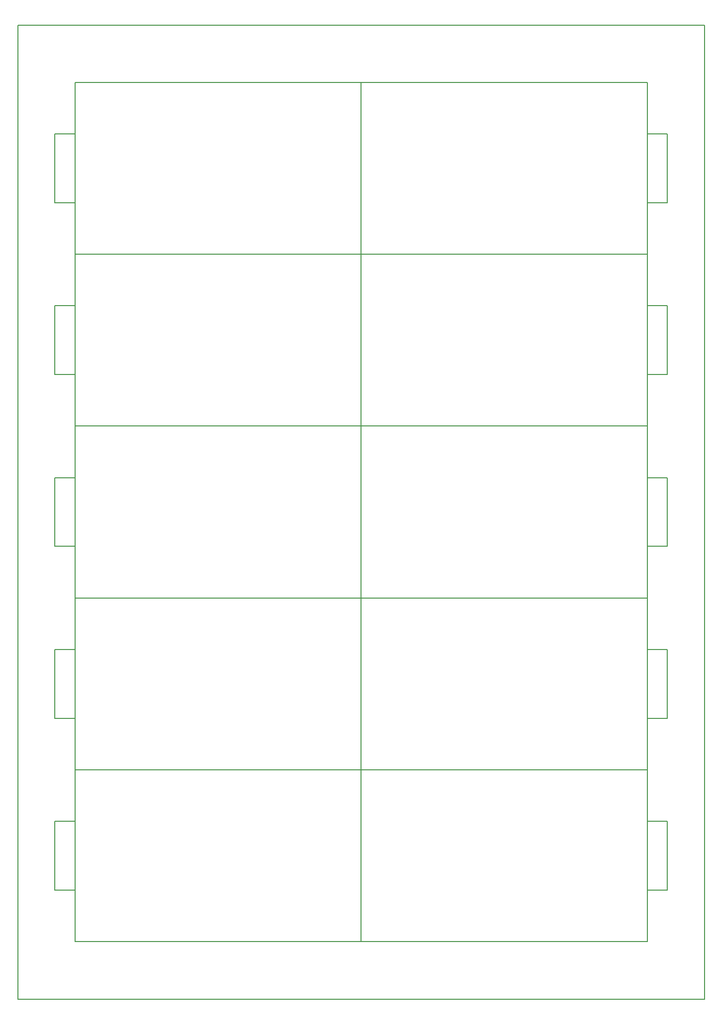
<source format=gm1>
G04*
G04 #@! TF.GenerationSoftware,Altium Limited,Altium Designer,21.6.4 (81)*
G04*
G04 Layer_Color=16711935*
%FSLAX43Y43*%
%MOMM*%
G71*
G04*
G04 #@! TF.SameCoordinates,B8146748-6EAE-4540-ADCA-D378D2E1ADA8*
G04*
G04*
G04 #@! TF.FilePolarity,Positive*
G04*
G01*
G75*
%ADD64C,0.200*%
D64*
X110000Y31000D02*
X113500D01*
X110000Y19000D02*
X113500D01*
Y31000D01*
X110000Y61000D02*
X113500D01*
X110000Y49000D02*
X113500D01*
Y61000D01*
X110000Y91000D02*
X113500D01*
X110000Y79000D02*
X113500D01*
Y91000D01*
X110000Y121000D02*
X113500D01*
X110000Y109000D02*
X113500D01*
Y121000D01*
X110000Y151000D02*
X113500D01*
X110000Y139000D02*
X113500D01*
Y151000D01*
X6500Y139000D02*
X10000D01*
X6500Y151000D02*
X10000D01*
X6500Y139000D02*
Y151000D01*
Y109000D02*
X10000D01*
X6500Y121000D02*
X10000D01*
X6500Y109000D02*
Y121000D01*
Y79000D02*
X10000D01*
X6500Y91000D02*
X10000D01*
X6500Y79000D02*
Y91000D01*
Y49000D02*
X10000D01*
X6500Y61000D02*
X10000D01*
X6500Y49000D02*
Y61000D01*
Y19000D02*
Y31000D01*
X10000D01*
X6500Y19000D02*
X10000D01*
X0Y170000D02*
X120000D01*
Y0D02*
Y170000D01*
X-0Y-0D02*
X120000Y0D01*
X-0Y0D02*
X0Y170000D01*
X10000Y40000D02*
X60000Y40000D01*
X60000D02*
X60000Y10000D01*
X10000Y10000D02*
X60000Y10000D01*
X10000Y10000D02*
X10000Y40000D01*
Y70000D02*
X60000Y70000D01*
X60000D02*
X60000Y40000D01*
X10000Y40000D02*
X60000Y40000D01*
X10000Y40000D02*
X10000Y70000D01*
X110000Y130000D02*
X60000Y130000D01*
X60000D02*
X60000Y160000D01*
X110000Y160000D02*
X60000Y160000D01*
X110000Y160000D02*
X110000Y130000D01*
Y100000D02*
X60000Y100000D01*
X60000D02*
X60000Y130000D01*
X110000Y130000D02*
X60000Y130000D01*
X110000Y130000D02*
X110000Y100000D01*
Y70000D02*
X60000Y70000D01*
X60000D02*
X60000Y100000D01*
X110000Y100000D02*
X60000Y100000D01*
X110000Y100000D02*
X110000Y70000D01*
Y40000D02*
X60000Y40000D01*
X60000D02*
X60000Y70000D01*
X110000Y70000D02*
X60000Y70000D01*
X110000Y70000D02*
X110000Y40000D01*
Y10000D02*
X60000Y10000D01*
X60000D02*
X60000Y40000D01*
X110000Y40000D02*
X60000Y40000D01*
X110000Y40000D02*
X110000Y10000D01*
X10000Y160000D02*
X60000Y160000D01*
X60000D02*
X60000Y130000D01*
X10000Y130000D02*
X60000Y130000D01*
X10000Y130000D02*
X10000Y160000D01*
Y130000D02*
X60000Y130000D01*
X60000D02*
X60000Y100000D01*
X10000Y100000D02*
X60000Y100000D01*
X10000Y100000D02*
X10000Y130000D01*
Y100000D02*
X60000Y100000D01*
X60000D02*
X60000Y70000D01*
X10000Y70000D02*
X60000Y70000D01*
X10000Y70000D02*
X10000Y100000D01*
M02*

</source>
